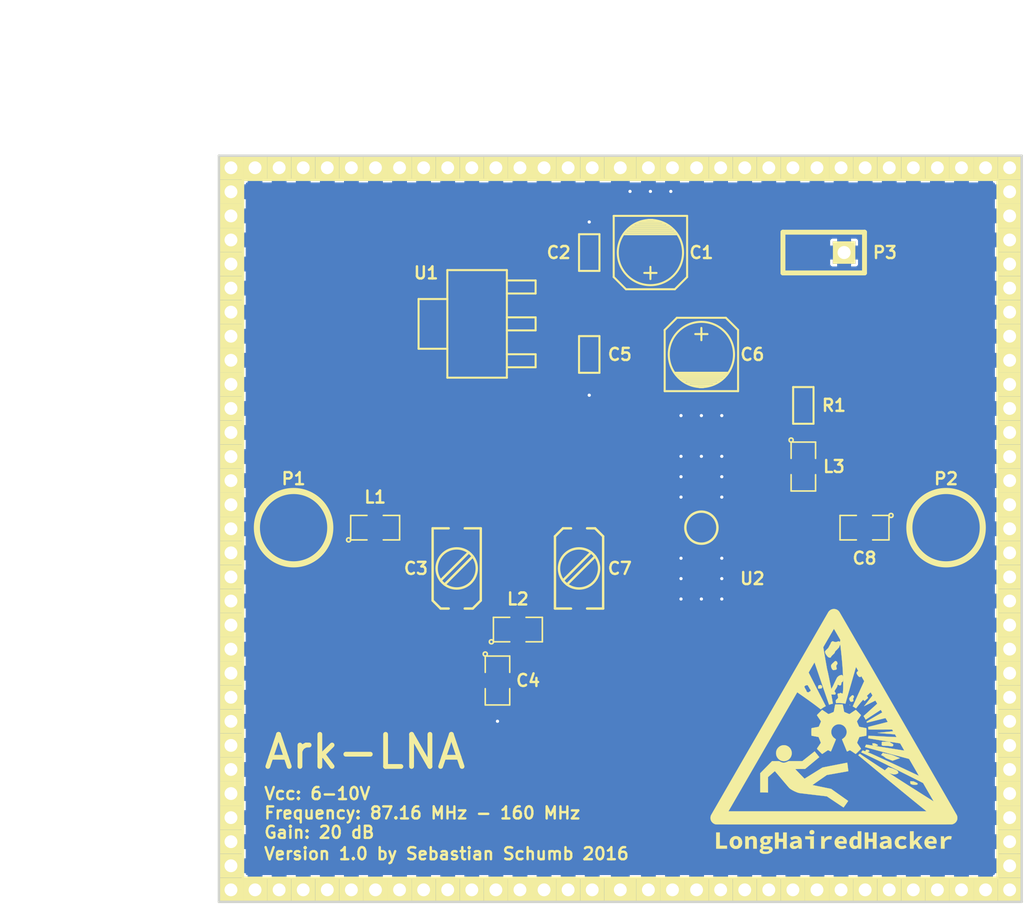
<source format=kicad_pcb>
(kicad_pcb (version 4) (host pcbnew "(2016-01-30 BZR 6528, Git 351752f)-product")
  (layers (0 F.Cu signal) (31 B.Cu signal hide) (34 B.Paste user) (35 F.Paste user) (36 B.SilkS user) (37 F.SilkS user) (38 B.Mask user) (39 F.Mask user) (44 Edge.Cuts user))
  (net 0 "")
  (net 1 GND)
  (net 2 "Net-(C3-Pad2)")
  (net 3 "Net-(C3-Pad1)")
  (net 4 +5V)
  (net 5 "Net-(C7-Pad2)")
  (net 6 "Net-(C7-Pad1)")
  (net 7 "Net-(C8-Pad1)")
  (net 8 "Net-(C8-Pad2)")
  (net 9 "Net-(L1-Pad1)")
  (net 10 "Net-(L3-Pad1)")
  (net 11 "Net-(C1-Pad1)")
  (module smd_capacitors:c_elec_4x5.3 (layer F.Cu) (at 142.875 89.535 270)
    (fp_text reference C1 (at 0 -3.175 360) (layer F.SilkS) (effects (font (size 0.75 0.75))))
    (fp_text value 10uF hide)
    (pad 1 smd rect (at 1.80086 0 270) (size 2.60096 1.6002) (layers F.Cu F.Paste F.Mask) (net 11 "Net-(C1-Pad1)"))
    (pad 2 smd rect (at -1.80086 0 270) (size 2.60096 1.6002) (layers F.Cu F.Paste F.Mask) (net 1 GND))
  )
  (module libcms:SM0603 (layer F.Cu) (at 139.065 89.535 90)
    (fp_text reference C2 (at 0 -1.905 180) (layer F.SilkS) (effects (font (size 0.75 0.75))))
    (fp_text value 100nf hide)
    (pad 1 smd rect (at -0.762 0 90) (size 0.635 1.143) (layers F.Cu F.Paste F.Mask) (net 11 "Net-(C1-Pad1)"))
    (pad 2 smd rect (at 0.762 0 90) (size 0.635 1.143) (layers F.Cu F.Paste F.Mask) (net 1 GND))
  )
  (module misc:TZC3 (layer F.Cu) (at 130.81 109.22 90)
    (fp_text reference C3 (at 0 -2.54 180) (layer F.SilkS) (effects (font (size 0.75 0.75))))
    (fp_text value 3-10pfF hide)
    (pad 2 smd rect (at 2.25 0 90) (size 1.2 1) (layers F.Cu F.Paste F.Mask) (net 2 "Net-(C3-Pad2)"))
    (pad 1 smd rect (at -2.25 0 90) (size 1.2 1) (layers F.Cu F.Paste F.Mask) (net 3 "Net-(C3-Pad1)"))
  )
  (module libcms:SM0805 (layer F.Cu) (at 133.35 116.205 270)
    (fp_text reference C4 (at 0 -1.905 360) (layer F.SilkS) (effects (font (size 0.75 0.75))))
    (fp_text value 33pF hide)
    (pad 1 smd rect (at -0.9525 0 270) (size 0.889 1.397) (layers F.Cu F.Paste F.Mask) (net 3 "Net-(C3-Pad1)"))
    (pad 2 smd rect (at 0.9525 0 270) (size 0.889 1.397) (layers F.Cu F.Paste F.Mask) (net 1 GND))
  )
  (module libcms:SM0603 (layer F.Cu) (at 139.065 95.885 270)
    (fp_text reference C5 (at 0 -1.905 360) (layer F.SilkS) (effects (font (size 0.75 0.75))))
    (fp_text value 100nF hide)
    (pad 1 smd rect (at -0.762 0 270) (size 0.635 1.143) (layers F.Cu F.Paste F.Mask) (net 4 +5V))
    (pad 2 smd rect (at 0.762 0 270) (size 0.635 1.143) (layers F.Cu F.Paste F.Mask) (net 1 GND))
  )
  (module smd_capacitors:c_elec_4x5.3 (layer F.Cu) (at 146.05 95.885 90)
    (fp_text reference C6 (at 0 3.175 180) (layer F.SilkS) (effects (font (size 0.75 0.75))))
    (fp_text value 10uF hide)
    (pad 1 smd rect (at 1.80086 0 90) (size 2.60096 1.6002) (layers F.Cu F.Paste F.Mask) (net 4 +5V))
    (pad 2 smd rect (at -1.80086 0 90) (size 2.60096 1.6002) (layers F.Cu F.Paste F.Mask) (net 1 GND))
  )
  (module misc:TZC3 (layer F.Cu) (at 138.43 109.22 270)
    (fp_text reference C7 (at 0 -2.54 360) (layer F.SilkS) (effects (font (size 0.75 0.75))))
    (fp_text value 3-10pF hide)
    (pad 2 smd rect (at 2.25 0 270) (size 1.2 1) (layers F.Cu F.Paste F.Mask) (net 5 "Net-(C7-Pad2)"))
    (pad 1 smd rect (at -2.25 0 270) (size 1.2 1) (layers F.Cu F.Paste F.Mask) (net 6 "Net-(C7-Pad1)"))
  )
  (module libcms:SM0805 (layer F.Cu) (at 156.21 106.68 180)
    (fp_text reference C8 (at 0 -1.905 180) (layer F.SilkS) (effects (font (size 0.75 0.75))))
    (fp_text value 100pF hide)
    (pad 1 smd rect (at -0.9525 0 180) (size 0.889 1.397) (layers F.Cu F.Paste F.Mask) (net 7 "Net-(C8-Pad1)"))
    (pad 2 smd rect (at 0.9525 0 180) (size 0.889 1.397) (layers F.Cu F.Paste F.Mask) (net 8 "Net-(C8-Pad2)"))
  )
  (module libcms:SM0805 (layer F.Cu) (at 125.73 106.68)
    (fp_text reference L1 (at 0 -1.905) (layer F.SilkS) (effects (font (size 0.75 0.75))))
    (fp_text value 330nH hide)
    (pad 1 smd rect (at -0.9525 0) (size 0.889 1.397) (layers F.Cu F.Paste F.Mask) (net 9 "Net-(L1-Pad1)"))
    (pad 2 smd rect (at 0.9525 0) (size 0.889 1.397) (layers F.Cu F.Paste F.Mask) (net 2 "Net-(C3-Pad2)"))
  )
  (module libcms:SM0805 (layer F.Cu) (at 134.62 113.03)
    (fp_text reference L2 (at 0 -1.905) (layer F.SilkS) (effects (font (size 0.75 0.75))))
    (fp_text value 330nH hide)
    (pad 1 smd rect (at -0.9525 0) (size 0.889 1.397) (layers F.Cu F.Paste F.Mask) (net 3 "Net-(C3-Pad1)"))
    (pad 2 smd rect (at 0.9525 0) (size 0.889 1.397) (layers F.Cu F.Paste F.Mask) (net 5 "Net-(C7-Pad2)"))
  )
  (module libcms:SM0805 (layer F.Cu) (at 152.4 102.87 270)
    (fp_text reference L3 (at 0 -1.905 360) (layer F.SilkS) (effects (font (size 0.75 0.75))))
    (fp_text value 10uH hide)
    (pad 1 smd rect (at -0.9525 0 270) (size 0.889 1.397) (layers F.Cu F.Paste F.Mask) (net 10 "Net-(L3-Pad1)"))
    (pad 2 smd rect (at 0.9525 0 270) (size 0.889 1.397) (layers F.Cu F.Paste F.Mask) (net 8 "Net-(C8-Pad2)"))
  )
  (module libcms:SM0603 (layer F.Cu) (at 152.4 99.06 270)
    (fp_text reference R1 (at 0 -1.905 360) (layer F.SilkS) (effects (font (size 0.75 0.75))))
    (fp_text value 91 hide)
    (pad 1 smd rect (at -0.762 0 270) (size 0.635 1.143) (layers F.Cu F.Paste F.Mask) (net 4 +5V))
    (pad 2 smd rect (at 0.762 0 270) (size 0.635 1.143) (layers F.Cu F.Paste F.Mask) (net 10 "Net-(L3-Pad1)"))
  )
  (module misc:sot223 (layer F.Cu) (at 132.08 93.98 90)
    (fp_text reference U1 (at 3.175 -3.175 180) (layer F.SilkS) (effects (font (size 0.75 0.75))))
    (fp_text value LM1117-5 hide)
    (pad 1 smd rect (at -2.30124 2.99974 90) (size 1.30048 1.80086) (layers F.Cu F.Paste F.Mask) (net 1 GND))
    (pad 2 smd rect (at 0 2.99974 90) (size 1.30048 1.80086) (layers F.Cu F.Paste F.Mask) (net 4 +5V))
    (pad 3 smd rect (at 2.30124 2.99974 90) (size 1.30048 1.80086) (layers F.Cu F.Paste F.Mask) (net 11 "Net-(C1-Pad1)"))
    (pad 4 smd rect (at 0 -2.99974 90) (size 3.79984 1.80086) (layers F.Cu F.Paste F.Mask))
  )
  (module connect:1pin (layer F.Cu) (at 120.65 106.68)
    (fp_text reference P1 (at 0 -3.048) (layer F.SilkS) (effects (font (size 0.75 0.75))))
    (fp_text value CONN_1 hide)
    (pad 1 smd circle (at 0 0) (size 2.5 2.5) (layers F.Cu F.Paste F.Mask) (net 9 "Net-(L1-Pad1)"))
  )
  (module connect:1pin (layer F.Cu) (at 161.29 106.68)
    (fp_text reference P2 (at 0 -3.048) (layer F.SilkS) (effects (font (size 0.75 0.75))))
    (fp_text value CONN_1 hide)
    (pad 1 smd circle (at 0 0) (size 2.5 2.5) (layers F.Cu F.Paste F.Mask) (net 7 "Net-(C8-Pad1)"))
  )
  (module connect:SIL-2 (layer F.Cu) (at 153.67 89.535 180)
    (fp_text reference P3 (at -3.81 0 180) (layer F.SilkS) (effects (font (size 0.75 0.75))))
    (fp_text value CONN_2 hide)
    (pad 1 thru_hole rect (at -1.27 0 180) (size 1.397 1.397) (drill 0.8128) (layers *.Cu *.Mask F.SilkS) (net 1 GND))
    (pad 2 smd circle (at 1.27 0 180) (size 1.397 1.397) (layers F.Cu F.Paste F.Mask) (net 11 "Net-(C1-Pad1)"))
  )
  (module misc:teko371 (layer F.Cu) (at 141 106.75)
    (fp_text reference SHIELD1 hide)
    (fp_text value CONN_1 hide)
    (pad 1 thru_hole rect (at 22.75 -22.5) (size 1.5 1.5) (drill 0.8) (layers *.Cu *.Mask F.SilkS) (net 1 GND))
    (pad 1 thru_hole rect (at 21.25 -22.5) (size 1.5 1.5) (drill 0.8) (layers *.Cu *.Mask F.SilkS) (net 1 GND))
    (pad 1 thru_hole rect (at 19.75 -22.5) (size 1.5 1.5) (drill 0.8) (layers *.Cu *.Mask F.SilkS) (net 1 GND))
    (pad 1 thru_hole rect (at 18.25 -22.5) (size 1.5 1.5) (drill 0.8) (layers *.Cu *.Mask F.SilkS) (net 1 GND))
    (pad 1 thru_hole rect (at 16.75 -22.5) (size 1.5 1.5) (drill 0.8) (layers *.Cu *.Mask F.SilkS) (net 1 GND))
    (pad 1 thru_hole rect (at 15.25 -22.5) (size 1.5 1.5) (drill 0.8) (layers *.Cu *.Mask F.SilkS) (net 1 GND))
    (pad 1 thru_hole rect (at 13.75 -22.5) (size 1.5 1.5) (drill 0.8) (layers *.Cu *.Mask F.SilkS) (net 1 GND))
    (pad 1 thru_hole rect (at 12.25 -22.5) (size 1.5 1.5) (drill 0.8) (layers *.Cu *.Mask F.SilkS) (net 1 GND))
    (pad 1 thru_hole rect (at 10.75 -22.5) (size 1.5 1.5) (drill 0.8) (layers *.Cu *.Mask F.SilkS) (net 1 GND))
    (pad 1 thru_hole rect (at 9.25 -22.5) (size 1.5 1.5) (drill 0.8) (layers *.Cu *.Mask F.SilkS) (net 1 GND))
    (pad 1 thru_hole rect (at 7.75 -22.5) (size 1.5 1.5) (drill 0.8) (layers *.Cu *.Mask F.SilkS) (net 1 GND))
    (pad 1 thru_hole rect (at 6.25 -22.5) (size 1.5 1.5) (drill 0.8) (layers *.Cu *.Mask F.SilkS) (net 1 GND))
    (pad 1 thru_hole rect (at 4.75 -22.5) (size 1.5 1.5) (drill 0.8) (layers *.Cu *.Mask F.SilkS) (net 1 GND))
    (pad 1 thru_hole rect (at 3.25 -22.5) (size 1.5 1.5) (drill 0.8) (layers *.Cu *.Mask F.SilkS) (net 1 GND))
    (pad 1 thru_hole rect (at 1.75 -22.5) (size 1.5 1.5) (drill 0.8) (layers *.Cu *.Mask F.SilkS) (net 1 GND))
    (pad 1 thru_hole rect (at -22.75 -22.5) (size 1.5 1.5) (drill 0.8) (layers *.Cu *.Mask F.SilkS) (net 1 GND))
    (pad 1 thru_hole rect (at -21.25 -22.5) (size 1.5 1.5) (drill 0.8) (layers *.Cu *.Mask F.SilkS) (net 1 GND))
    (pad 1 thru_hole rect (at -19.75 -22.5) (size 1.5 1.5) (drill 0.8) (layers *.Cu *.Mask F.SilkS) (net 1 GND))
    (pad 1 thru_hole rect (at -18.25 -22.5) (size 1.5 1.5) (drill 0.8) (layers *.Cu *.Mask F.SilkS) (net 1 GND))
    (pad 1 thru_hole rect (at -16.75 -22.5) (size 1.5 1.5) (drill 0.8) (layers *.Cu *.Mask F.SilkS) (net 1 GND))
    (pad 1 thru_hole rect (at -15.25 -22.5) (size 1.5 1.5) (drill 0.8) (layers *.Cu *.Mask F.SilkS) (net 1 GND))
    (pad 1 thru_hole rect (at -13.75 -22.5) (size 1.5 1.5) (drill 0.8) (layers *.Cu *.Mask F.SilkS) (net 1 GND))
    (pad 1 thru_hole rect (at -12.25 -22.5) (size 1.5 1.5) (drill 0.8) (layers *.Cu *.Mask F.SilkS) (net 1 GND))
    (pad 1 thru_hole rect (at -10.75 -22.5) (size 1.5 1.5) (drill 0.8) (layers *.Cu *.Mask F.SilkS) (net 1 GND))
    (pad 1 thru_hole rect (at -9.25 -22.5) (size 1.5 1.5) (drill 0.8) (layers *.Cu *.Mask F.SilkS) (net 1 GND))
    (pad 1 thru_hole rect (at -7.75 -22.5) (size 1.5 1.5) (drill 0.8) (layers *.Cu *.Mask F.SilkS) (net 1 GND))
    (pad 1 thru_hole rect (at -6.25 -22.5) (size 1.5 1.5) (drill 0.8) (layers *.Cu *.Mask F.SilkS) (net 1 GND))
    (pad 1 thru_hole rect (at -4.75 -22.5) (size 1.5 1.5) (drill 0.8) (layers *.Cu *.Mask F.SilkS) (net 1 GND))
    (pad 1 thru_hole rect (at -3.25 -22.5) (size 1.5 1.5) (drill 0.8) (layers *.Cu *.Mask F.SilkS) (net 1 GND))
    (pad 1 thru_hole rect (at -1.75 -22.5) (size 1.5 1.5) (drill 0.8) (layers *.Cu *.Mask F.SilkS) (net 1 GND))
    (pad 1 thru_hole rect (at 0 -22.5) (size 2 1.5) (drill 0.8) (layers *.Cu *.Mask F.SilkS) (net 1 GND))
    (pad 1 thru_hole rect (at 24.25 22.5) (size 1.5 1.5) (drill 0.8) (layers *.Cu *.Mask F.SilkS) (net 1 GND))
    (pad 1 thru_hole rect (at 24.25 21) (size 1.5 1.5) (drill 0.8) (layers *.Cu *.Mask F.SilkS) (net 1 GND))
    (pad 1 thru_hole rect (at 24.25 19.5) (size 1.5 1.5) (drill 0.8) (layers *.Cu *.Mask F.SilkS) (net 1 GND))
    (pad 1 thru_hole rect (at 24.25 18) (size 1.5 1.5) (drill 0.8) (layers *.Cu *.Mask F.SilkS) (net 1 GND))
    (pad 1 thru_hole rect (at 24.25 16.5) (size 1.5 1.5) (drill 0.8) (layers *.Cu *.Mask F.SilkS) (net 1 GND))
    (pad 1 thru_hole rect (at 24.25 15) (size 1.5 1.5) (drill 0.8) (layers *.Cu *.Mask F.SilkS) (net 1 GND))
    (pad 1 thru_hole rect (at 24.25 13.5) (size 1.5 1.5) (drill 0.8) (layers *.Cu *.Mask F.SilkS) (net 1 GND))
    (pad 1 thru_hole rect (at 24.25 12) (size 1.5 1.5) (drill 0.8) (layers *.Cu *.Mask F.SilkS) (net 1 GND))
    (pad 1 thru_hole rect (at 24.25 10.5) (size 1.5 1.5) (drill 0.8) (layers *.Cu *.Mask F.SilkS) (net 1 GND))
    (pad 1 thru_hole rect (at 24.25 9) (size 1.5 1.5) (drill 0.8) (layers *.Cu *.Mask F.SilkS) (net 1 GND))
    (pad 1 thru_hole rect (at 24.25 7.5) (size 1.5 1.5) (drill 0.8) (layers *.Cu *.Mask F.SilkS) (net 1 GND))
    (pad 1 thru_hole rect (at 24.25 6) (size 1.5 1.5) (drill 0.8) (layers *.Cu *.Mask F.SilkS) (net 1 GND))
    (pad 1 thru_hole rect (at 24.25 4.5) (size 1.5 1.5) (drill 0.8) (layers *.Cu *.Mask F.SilkS) (net 1 GND))
    (pad 1 thru_hole rect (at 24.25 3) (size 1.5 1.5) (drill 0.8) (layers *.Cu *.Mask F.SilkS) (net 1 GND))
    (pad 1 thru_hole rect (at 24.25 1.5) (size 1.5 1.5) (drill 0.8) (layers *.Cu *.Mask F.SilkS) (net 1 GND))
    (pad 1 thru_hole rect (at 24.25 0) (size 1.5 1.5) (drill 0.8) (layers *.Cu *.Mask F.SilkS) (net 1 GND))
    (pad 1 thru_hole rect (at 24.25 -1.5) (size 1.5 1.5) (drill 0.8) (layers *.Cu *.Mask F.SilkS) (net 1 GND))
    (pad 1 thru_hole rect (at 24.25 -3) (size 1.5 1.5) (drill 0.8) (layers *.Cu *.Mask F.SilkS) (net 1 GND))
    (pad 1 thru_hole rect (at 24.25 -4.5) (size 1.5 1.5) (drill 0.8) (layers *.Cu *.Mask F.SilkS) (net 1 GND))
    (pad 1 thru_hole rect (at 24.25 -6) (size 1.5 1.5) (drill 0.8) (layers *.Cu *.Mask F.SilkS) (net 1 GND))
    (pad 1 thru_hole rect (at 24.25 -7.5) (size 1.5 1.5) (drill 0.8) (layers *.Cu *.Mask F.SilkS) (net 1 GND))
    (pad 1 thru_hole rect (at 24.25 -9) (size 1.5 1.5) (drill 0.8) (layers *.Cu *.Mask F.SilkS) (net 1 GND))
    (pad 1 thru_hole rect (at 24.25 -10.5) (size 1.5 1.5) (drill 0.8) (layers *.Cu *.Mask F.SilkS) (net 1 GND))
    (pad 1 thru_hole rect (at 24.25 -12) (size 1.5 1.5) (drill 0.8) (layers *.Cu *.Mask F.SilkS) (net 1 GND))
    (pad 1 thru_hole rect (at 24.25 -13.5) (size 1.5 1.5) (drill 0.8) (layers *.Cu *.Mask F.SilkS) (net 1 GND))
    (pad 1 thru_hole rect (at 24.25 -15) (size 1.5 1.5) (drill 0.8) (layers *.Cu *.Mask F.SilkS) (net 1 GND))
    (pad 1 thru_hole rect (at 24.25 -16.5) (size 1.5 1.5) (drill 0.8) (layers *.Cu *.Mask F.SilkS) (net 1 GND))
    (pad 1 thru_hole rect (at 24.25 -18) (size 1.5 1.5) (drill 0.8) (layers *.Cu *.Mask F.SilkS) (net 1 GND))
    (pad 1 thru_hole rect (at 24.25 -19.5) (size 1.5 1.5) (drill 0.8) (layers *.Cu *.Mask F.SilkS) (net 1 GND))
    (pad 1 thru_hole rect (at 24.25 -21) (size 1.5 1.5) (drill 0.8) (layers *.Cu *.Mask F.SilkS) (net 1 GND))
    (pad 1 thru_hole rect (at 24.25 -22.5) (size 1.5 1.5) (drill 0.8) (layers *.Cu *.Mask F.SilkS) (net 1 GND))
    (pad 1 thru_hole rect (at -24.25 -22.5) (size 1.5 1.5) (drill 0.8) (layers *.Cu *.Mask F.SilkS) (net 1 GND))
    (pad 1 thru_hole rect (at -24.25 -21) (size 1.5 1.5) (drill 0.8) (layers *.Cu *.Mask F.SilkS) (net 1 GND))
    (pad 1 thru_hole rect (at -24.25 -19.5) (size 1.5 1.5) (drill 0.8) (layers *.Cu *.Mask F.SilkS) (net 1 GND))
    (pad 1 thru_hole rect (at -24.25 -18) (size 1.5 1.5) (drill 0.8) (layers *.Cu *.Mask F.SilkS) (net 1 GND))
    (pad 1 thru_hole rect (at -24.25 -16.5) (size 1.5 1.5) (drill 0.8) (layers *.Cu *.Mask F.SilkS) (net 1 GND))
    (pad 1 thru_hole rect (at -24.25 -15) (size 1.5 1.5) (drill 0.8) (layers *.Cu *.Mask F.SilkS) (net 1 GND))
    (pad 1 thru_hole rect (at -24.25 -13.5) (size 1.5 1.5) (drill 0.8) (layers *.Cu *.Mask F.SilkS) (net 1 GND))
    (pad 1 thru_hole rect (at -24.25 -12) (size 1.5 1.5) (drill 0.8) (layers *.Cu *.Mask F.SilkS) (net 1 GND))
    (pad 1 thru_hole rect (at -24.25 -10.5) (size 1.5 1.5) (drill 0.8) (layers *.Cu *.Mask F.SilkS) (net 1 GND))
    (pad 1 thru_hole rect (at -24.25 -9) (size 1.5 1.5) (drill 0.8) (layers *.Cu *.Mask F.SilkS) (net 1 GND))
    (pad 1 thru_hole rect (at -24.25 -7.5) (size 1.5 1.5) (drill 0.8) (layers *.Cu *.Mask F.SilkS) (net 1 GND))
    (pad 1 thru_hole rect (at -24.25 -6) (size 1.5 1.5) (drill 0.8) (layers *.Cu *.Mask F.SilkS) (net 1 GND))
    (pad 1 thru_hole rect (at -24.25 -4.5) (size 1.5 1.5) (drill 0.8) (layers *.Cu *.Mask F.SilkS) (net 1 GND))
    (pad 1 thru_hole rect (at -24.25 -3) (size 1.5 1.5) (drill 0.8) (layers *.Cu *.Mask F.SilkS) (net 1 GND))
    (pad 1 thru_hole rect (at -24.25 -1.5) (size 1.5 1.5) (drill 0.8) (layers *.Cu *.Mask F.SilkS) (net 1 GND))
    (pad 1 thru_hole rect (at -24.25 0) (size 1.5 1.5) (drill 0.8) (layers *.Cu *.Mask F.SilkS) (net 1 GND))
    (pad 1 thru_hole rect (at -24.25 1.5) (size 1.5 1.5) (drill 0.8) (layers *.Cu *.Mask F.SilkS) (net 1 GND))
    (pad 1 thru_hole rect (at -24.25 3) (size 1.5 1.5) (drill 0.8) (layers *.Cu *.Mask F.SilkS) (net 1 GND))
    (pad 1 thru_hole rect (at -24.25 4.5) (size 1.5 1.5) (drill 0.8) (layers *.Cu *.Mask F.SilkS) (net 1 GND))
    (pad 1 thru_hole rect (at -24.25 6) (size 1.5 1.5) (drill 0.8) (layers *.Cu *.Mask F.SilkS) (net 1 GND))
    (pad 1 thru_hole rect (at -24.25 7.5) (size 1.5 1.5) (drill 0.8) (layers *.Cu *.Mask F.SilkS) (net 1 GND))
    (pad 1 thru_hole rect (at -24.25 9) (size 1.5 1.5) (drill 0.8) (layers *.Cu *.Mask F.SilkS) (net 1 GND))
    (pad 1 thru_hole rect (at -24.25 10.5) (size 1.5 1.5) (drill 0.8) (layers *.Cu *.Mask F.SilkS) (net 1 GND))
    (pad 1 thru_hole rect (at -24.25 12) (size 1.5 1.5) (drill 0.8) (layers *.Cu *.Mask F.SilkS) (net 1 GND))
    (pad 1 thru_hole rect (at -24.25 13.5) (size 1.5 1.5) (drill 0.8) (layers *.Cu *.Mask F.SilkS) (net 1 GND))
    (pad 1 thru_hole rect (at -24.25 15) (size 1.5 1.5) (drill 0.8) (layers *.Cu *.Mask F.SilkS) (net 1 GND))
    (pad 1 thru_hole rect (at -24.25 16.5) (size 1.5 1.5) (drill 0.8) (layers *.Cu *.Mask F.SilkS) (net 1 GND))
    (pad 1 thru_hole rect (at -24.25 18) (size 1.5 1.5) (drill 0.8) (layers *.Cu *.Mask F.SilkS) (net 1 GND))
    (pad 1 thru_hole rect (at -24.25 19.5) (size 1.5 1.5) (drill 0.8) (layers *.Cu *.Mask F.SilkS) (net 1 GND))
    (pad 1 thru_hole rect (at -24.25 21) (size 1.5 1.5) (drill 0.8) (layers *.Cu *.Mask F.SilkS) (net 1 GND))
    (pad 1 thru_hole rect (at -24.25 22.5) (size 1.5 1.5) (drill 0.8) (layers *.Cu *.Mask F.SilkS) (net 1 GND))
    (pad 1 thru_hole rect (at 0 22.5) (size 2 1.5) (drill 0.8) (layers *.Cu *.Mask F.SilkS) (net 1 GND))
    (pad 1 thru_hole rect (at -1.75 22.5) (size 1.5 1.5) (drill 0.8) (layers *.Cu *.Mask F.SilkS) (net 1 GND))
    (pad 1 thru_hole rect (at -3.25 22.5) (size 1.5 1.5) (drill 0.8) (layers *.Cu *.Mask F.SilkS) (net 1 GND))
    (pad 1 thru_hole rect (at -4.75 22.5) (size 1.5 1.5) (drill 0.8) (layers *.Cu *.Mask F.SilkS) (net 1 GND))
    (pad 1 thru_hole rect (at -6.25 22.5) (size 1.5 1.5) (drill 0.8) (layers *.Cu *.Mask F.SilkS) (net 1 GND))
    (pad 1 thru_hole rect (at -7.75 22.5) (size 1.5 1.5) (drill 0.8) (layers *.Cu *.Mask F.SilkS) (net 1 GND))
    (pad 1 thru_hole rect (at -9.25 22.5) (size 1.5 1.5) (drill 0.8) (layers *.Cu *.Mask F.SilkS) (net 1 GND))
    (pad 1 thru_hole rect (at -10.75 22.5) (size 1.5 1.5) (drill 0.8) (layers *.Cu *.Mask F.SilkS) (net 1 GND))
    (pad 1 thru_hole rect (at -12.25 22.5) (size 1.5 1.5) (drill 0.8) (layers *.Cu *.Mask F.SilkS) (net 1 GND))
    (pad 1 thru_hole rect (at -13.75 22.5) (size 1.5 1.5) (drill 0.8) (layers *.Cu *.Mask F.SilkS) (net 1 GND))
    (pad 1 thru_hole rect (at -15.25 22.5) (size 1.5 1.5) (drill 0.8) (layers *.Cu *.Mask F.SilkS) (net 1 GND))
    (pad 1 thru_hole rect (at -16.75 22.5) (size 1.5 1.5) (drill 0.8) (layers *.Cu *.Mask F.SilkS) (net 1 GND))
    (pad 1 thru_hole rect (at -18.25 22.5) (size 1.5 1.5) (drill 0.8) (layers *.Cu *.Mask F.SilkS) (net 1 GND))
    (pad 1 thru_hole rect (at -19.75 22.5) (size 1.5 1.5) (drill 0.8) (layers *.Cu *.Mask F.SilkS) (net 1 GND))
    (pad 1 thru_hole rect (at -21.25 22.5) (size 1.5 1.5) (drill 0.8) (layers *.Cu *.Mask F.SilkS) (net 1 GND))
    (pad 1 thru_hole rect (at -22.75 22.5) (size 1.5 1.5) (drill 0.8) (layers *.Cu *.Mask F.SilkS) (net 1 GND))
    (pad 1 thru_hole rect (at 1.75 22.5) (size 1.5 1.5) (drill 0.8) (layers *.Cu *.Mask F.SilkS) (net 1 GND))
    (pad 1 thru_hole rect (at 3.25 22.5) (size 1.5 1.5) (drill 0.8) (layers *.Cu *.Mask F.SilkS) (net 1 GND))
    (pad 1 thru_hole rect (at 4.75 22.5) (size 1.5 1.5) (drill 0.8) (layers *.Cu *.Mask F.SilkS) (net 1 GND))
    (pad 1 thru_hole rect (at 6.25 22.5) (size 1.5 1.5) (drill 0.8) (layers *.Cu *.Mask F.SilkS) (net 1 GND))
    (pad 1 thru_hole rect (at 7.75 22.5) (size 1.5 1.5) (drill 0.8) (layers *.Cu *.Mask F.SilkS) (net 1 GND))
    (pad 1 thru_hole rect (at 9.25 22.5) (size 1.5 1.5) (drill 0.8) (layers *.Cu *.Mask F.SilkS) (net 1 GND))
    (pad 1 thru_hole rect (at 10.75 22.5) (size 1.5 1.5) (drill 0.8) (layers *.Cu *.Mask F.SilkS) (net 1 GND))
    (pad 1 thru_hole rect (at 12.25 22.5) (size 1.5 1.5) (drill 0.8) (layers *.Cu *.Mask F.SilkS) (net 1 GND))
    (pad 1 thru_hole rect (at 13.75 22.5) (size 1.5 1.5) (drill 0.8) (layers *.Cu *.Mask F.SilkS) (net 1 GND))
    (pad 1 thru_hole rect (at 15.25 22.5) (size 1.5 1.5) (drill 0.8) (layers *.Cu *.Mask F.SilkS) (net 1 GND))
    (pad 1 thru_hole rect (at 16.75 22.5) (size 1.5 1.5) (drill 0.8) (layers *.Cu *.Mask F.SilkS) (net 1 GND))
    (pad 1 thru_hole rect (at 18.25 22.5) (size 1.5 1.5) (drill 0.8) (layers *.Cu *.Mask F.SilkS) (net 1 GND))
    (pad 1 thru_hole rect (at 19.75 22.5) (size 1.5 1.5) (drill 0.8) (layers *.Cu *.Mask F.SilkS) (net 1 GND))
    (pad 1 thru_hole rect (at 21.25 22.5) (size 1.5 1.5) (drill 0.8) (layers *.Cu *.Mask F.SilkS) (net 1 GND))
    (pad 1 thru_hole rect (at 22.75 22.5) (size 1.5 1.5) (drill 0.8) (layers *.Cu *.Mask F.SilkS) (net 1 GND))
  )
  (module misc:logo (layer F.Cu) (at 154.305 119.38)
    (fp_text reference G*** hide)
    (fp_text value LOGO hide)
  )
  (module misc:VV105 (layer F.Cu) (at 146.05 106.68 270)
    (fp_text reference U2 (at 3.175 -3.175 360) (layer F.SilkS) (effects (font (size 0.75 0.75))))
    (fp_text value MAR-6+ hide)
    (pad 1 smd rect (at 0 2.25 270) (size 1.1 2) (layers F.Cu F.Paste F.Mask) (net 6 "Net-(C7-Pad1)"))
    (pad 3 smd rect (at 0 -2.25 270) (size 1.1 2) (layers F.Cu F.Paste F.Mask) (net 8 "Net-(C8-Pad2)"))
    (pad 2 smd rect (at 2.25 0) (size 1.1 2) (layers F.Cu F.Paste F.Mask) (net 1 GND))
    (pad 4 smd rect (at -2.25 0) (size 1.1 2) (layers F.Cu F.Paste F.Mask) (net 1 GND))
  )
  (gr_text "Vcc: 6-10V\nFrequency: 87.16 MHz - 160 MHz\nGain: 20 dB" (at 118.745 124.46) (layer F.SilkS) (effects (font (size 0.75 0.75)) (justify left)))
  (gr_text "Version 1.0 by Sebastian Schumb 2016" (at 130.175 127) (layer F.SilkS) (effects (font (size 0.75 0.75))))
  (gr_text Ark-LNA (at 125.095 120.65) (layer F.SilkS) (effects (font (size 2 2) (thickness 0.3))))
  (gr_line (start 116 130) (end 116 83.5) (angle 90) (layer Edge.Cuts) (width 0.15))
  (gr_line (start 166 130) (end 116 130) (angle 90) (layer Edge.Cuts) (width 0.15))
  (gr_line (start 166 83.5) (end 166 130) (angle 90) (layer Edge.Cuts) (width 0.15))
  (gr_line (start 116 83.5) (end 166 83.5) (angle 90) (layer Edge.Cuts) (width 0.15))
  (segment (start 146.05 108.93) (end 146.05 111.125) (width 1) (layer F.Cu) (net 1))
  (via (at 146.05 111.125) (size 0.6) (drill 0.2) (layers F.Cu B.Cu) (net 1))
  (via (at 147.32 104.775) (size 0.6) (drill 0.2) (layers F.Cu B.Cu) (net 1))
  (segment (start 147.32 103.505) (end 147.32 104.775) (width 1) (layer F.Cu) (net 1))
  (via (at 144.78 104.775) (size 0.6) (drill 0.2) (layers F.Cu B.Cu) (net 1))
  (segment (start 144.78 104.775) (end 144.78 103.505) (width 1) (layer F.Cu) (net 1))
  (via (at 144.78 103.505) (size 0.6) (drill 0.2) (layers F.Cu B.Cu) (net 1))
  (via (at 144.78 102.235) (size 0.6) (drill 0.2) (layers F.Cu B.Cu) (net 1))
  (segment (start 146.05 102.235) (end 144.78 102.235) (width 1) (layer F.Cu) (net 1))
  (segment (start 144.78 102.235) (end 144.78 103.505) (width 1) (layer F.Cu) (net 1))
  (via (at 146.05 102.235) (size 0.6) (drill 0.2) (layers F.Cu B.Cu) (net 1))
  (segment (start 145.161 103.886) (end 144.78 103.505) (width 1) (layer F.Cu) (net 1))
  (segment (start 146.05 103.886) (end 145.161 103.886) (width 1) (layer F.Cu) (net 1))
  (via (at 147.32 103.505) (size 0.6) (drill 0.2) (layers F.Cu B.Cu) (net 1))
  (segment (start 146.05 104.43) (end 146.05 102.235) (width 1) (layer F.Cu) (net 1))
  (segment (start 146.05 103.886) (end 146.939 103.886) (width 1) (layer F.Cu) (net 1))
  (segment (start 146.939 103.886) (end 147.32 103.505) (width 1) (layer F.Cu) (net 1))
  (segment (start 146.05 109.474) (end 145.161 109.474) (width 1) (layer F.Cu) (net 1))
  (segment (start 145.161 109.474) (end 144.78 109.855) (width 1) (layer F.Cu) (net 1))
  (segment (start 144.78 109.855) (end 144.78 108.585) (width 1) (layer F.Cu) (net 1))
  (via (at 144.78 108.585) (size 0.6) (drill 0.2) (layers F.Cu B.Cu) (net 1))
  (segment (start 144.78 111.125) (end 144.78 109.855) (width 1) (layer F.Cu) (net 1))
  (via (at 144.78 109.855) (size 0.6) (drill 0.2) (layers F.Cu B.Cu) (net 1))
  (segment (start 146.05 111.125) (end 144.78 111.125) (width 1) (layer F.Cu) (net 1))
  (via (at 144.78 111.125) (size 0.6) (drill 0.2) (layers F.Cu B.Cu) (net 1))
  (segment (start 146.05 109.474) (end 146.939 109.474) (width 1) (layer F.Cu) (net 1))
  (segment (start 146.939 109.474) (end 147.32 109.855) (width 1) (layer F.Cu) (net 1))
  (segment (start 147.32 109.855) (end 147.32 108.585) (width 1) (layer F.Cu) (net 1))
  (via (at 147.32 108.585) (size 0.6) (drill 0.2) (layers F.Cu B.Cu) (net 1))
  (segment (start 147.32 111.125) (end 147.32 109.855) (width 1) (layer F.Cu) (net 1))
  (via (at 147.32 109.855) (size 0.6) (drill 0.2) (layers F.Cu B.Cu) (net 1))
  (segment (start 146.05 111.125) (end 147.32 111.125) (width 1) (layer F.Cu) (net 1))
  (via (at 147.32 111.125) (size 0.6) (drill 0.2) (layers F.Cu B.Cu) (net 1))
  (segment (start 146.05 109.474) (end 146.05 111.125) (width 1) (layer F.Cu) (net 1))
  (segment (start 147.32 102.235) (end 147.32 103.505) (width 1) (layer F.Cu) (net 1))
  (segment (start 146.05 102.235) (end 147.32 102.235) (width 1) (layer F.Cu) (net 1))
  (via (at 147.32 102.235) (size 0.6) (drill 0.2) (layers F.Cu B.Cu) (net 1))
  (segment (start 146.05 103.886) (end 146.05 102.235) (width 1) (layer F.Cu) (net 1))
  (segment (start 133.35 117.1575) (end 133.35 118.745) (width 1) (layer F.Cu) (net 1))
  (via (at 133.35 118.745) (size 0.6) (drill 0.2) (layers F.Cu B.Cu) (net 1))
  (segment (start 142.875 85.725) (end 141.605 85.725) (width 1) (layer F.Cu) (net 1))
  (via (at 141.605 85.725) (size 0.6) (drill 0.2) (layers F.Cu B.Cu) (net 1))
  (segment (start 142.875 85.725) (end 144.145 85.725) (width 1) (layer F.Cu) (net 1))
  (via (at 144.145 85.725) (size 0.6) (drill 0.2) (layers F.Cu B.Cu) (net 1))
  (segment (start 146.05 99.695) (end 147.32 99.695) (width 1) (layer F.Cu) (net 1))
  (via (at 147.32 99.695) (size 0.6) (drill 0.2) (layers F.Cu B.Cu) (net 1))
  (segment (start 146.05 99.695) (end 144.78 99.695) (width 1) (layer F.Cu) (net 1))
  (via (at 144.78 99.695) (size 0.6) (drill 0.2) (layers F.Cu B.Cu) (net 1))
  (segment (start 142.875 87.73414) (end 142.875 85.725) (width 1) (layer F.Cu) (net 1))
  (via (at 142.875 85.725) (size 0.6) (drill 0.2) (layers F.Cu B.Cu) (net 1))
  (via (at 146.05 99.695) (size 0.6) (drill 0.2) (layers F.Cu B.Cu) (net 1))
  (segment (start 146.05 97.68586) (end 146.05 99.695) (width 1) (layer F.Cu) (net 1))
  (segment (start 139.065 97.155) (end 137.16 97.155) (width 1) (layer F.Cu) (net 1))
  (segment (start 137.16 97.155) (end 136.28624 96.28124) (width 1) (layer F.Cu) (net 1))
  (segment (start 136.28624 96.28124) (end 135.07974 96.28124) (width 1) (layer F.Cu) (net 1))
  (segment (start 139.065 96.647) (end 139.065 97.155) (width 1) (layer F.Cu) (net 1))
  (segment (start 139.065 97.155) (end 139.065 98.425) (width 1) (layer F.Cu) (net 1))
  (via (at 139.065 98.425) (size 0.6) (drill 0.2) (layers F.Cu B.Cu) (net 1))
  (segment (start 139.065 88.773) (end 139.065 87.63) (width 1) (layer F.Cu) (net 1))
  (via (at 139.065 87.63) (size 0.6) (drill 0.2) (layers F.Cu B.Cu) (net 1))
  (segment (start 127.635 106.68) (end 130.52 106.68) (width 2.18) (layer F.Cu) (net 2))
  (segment (start 126.6825 106.68) (end 127.635 106.68) (width 1) (layer F.Cu) (net 2))
  (segment (start 130.52 106.68) (end 130.81 106.97) (width 2.18) (layer F.Cu) (net 2))
  (segment (start 130.52 106.68) (end 130.81 106.97) (width 0.5) (layer F.Cu) (net 2))
  (segment (start 130.52 106.68) (end 130.81 106.97) (width 0.25) (layer F.Cu) (net 2))
  (segment (start 133.35 115.2525) (end 133.35 113.3475) (width 1) (layer F.Cu) (net 3))
  (segment (start 133.35 113.3475) (end 133.6675 113.03) (width 1) (layer F.Cu) (net 3))
  (segment (start 133.6675 113.03) (end 132.715 113.03) (width 1) (layer F.Cu) (net 3))
  (segment (start 130.81 112.395) (end 131.445 113.03) (width 2.18) (layer F.Cu) (net 3))
  (segment (start 131.445 113.03) (end 132.715 113.03) (width 2.18) (layer F.Cu) (net 3))
  (segment (start 130.81 112.395) (end 130.81 111.47) (width 2.18) (layer F.Cu) (net 3))
  (segment (start 131.1 111.76) (end 130.81 111.47) (width 0.5) (layer F.Cu) (net 3))
  (segment (start 131.1 111.76) (end 130.81 111.47) (width 0.25) (layer F.Cu) (net 3))
  (segment (start 146.05 94.08414) (end 150.59914 94.08414) (width 1) (layer F.Cu) (net 4))
  (segment (start 150.59914 94.08414) (end 152.4 95.885) (width 1) (layer F.Cu) (net 4))
  (segment (start 152.4 95.885) (end 152.4 98.298) (width 1) (layer F.Cu) (net 4))
  (segment (start 139.065 93.98) (end 145.94586 93.98) (width 1) (layer F.Cu) (net 4))
  (segment (start 145.94586 93.98) (end 146.05 94.08414) (width 1) (layer F.Cu) (net 4))
  (segment (start 139.065 93.98) (end 139.065 95.123) (width 1) (layer F.Cu) (net 4))
  (segment (start 135.07974 93.98) (end 139.065 93.98) (width 1) (layer F.Cu) (net 4))
  (segment (start 135.5725 113.03) (end 136.525 113.03) (width 1) (layer F.Cu) (net 5))
  (segment (start 138.43 112.395) (end 137.795 113.03) (width 2.18) (layer F.Cu) (net 5))
  (segment (start 137.795 113.03) (end 136.525 113.03) (width 2.18) (layer F.Cu) (net 5))
  (segment (start 138.43 112.395) (end 138.43 111.47) (width 2.18) (layer F.Cu) (net 5))
  (segment (start 142.24 106.68) (end 138.72 106.68) (width 2.18) (layer F.Cu) (net 6))
  (segment (start 138.72 106.68) (end 138.43 106.97) (width 2.18) (layer F.Cu) (net 6))
  (segment (start 143.256 106.68) (end 142.24 106.68) (width 1) (layer F.Cu) (net 6))
  (segment (start 138.72 106.68) (end 138.43 106.97) (width 0.25) (layer F.Cu) (net 6))
  (segment (start 158.115 106.68) (end 161.29 106.68) (width 2.18) (layer F.Cu) (net 7))
  (segment (start 157.1625 106.68) (end 158.115 106.68) (width 1) (layer F.Cu) (net 7))
  (segment (start 148.844 106.68) (end 149.86 106.68) (width 1) (layer F.Cu) (net 8))
  (segment (start 152.4 103.8225) (end 152.4 106.68) (width 1) (layer F.Cu) (net 8))
  (segment (start 152.4 106.68) (end 152.4 107.315) (width 1) (layer F.Cu) (net 8))
  (segment (start 152.4 107.315) (end 152.4 106.68) (width 1) (layer F.Cu) (net 8))
  (segment (start 149.86 106.68) (end 152.4 106.68) (width 2.18) (layer F.Cu) (net 8))
  (segment (start 152.4 106.68) (end 154.305 106.68) (width 2.18) (layer F.Cu) (net 8))
  (segment (start 155.2575 106.68) (end 154.94 106.68) (width 1) (layer F.Cu) (net 8))
  (segment (start 123.825 106.68) (end 120.65 106.68) (width 2.18) (layer F.Cu) (net 9))
  (segment (start 124.7775 106.68) (end 123.825 106.68) (width 1) (layer F.Cu) (net 9))
  (segment (start 152.4 101.9175) (end 152.4 99.822) (width 1) (layer F.Cu) (net 10))
  (segment (start 140.97 91.67876) (end 150.25624 91.67876) (width 1) (layer F.Cu) (net 11))
  (segment (start 150.25624 91.67876) (end 152.4 89.535) (width 1) (layer F.Cu) (net 11))
  (segment (start 139.065 90.297) (end 139.065 91.67876) (width 1) (layer F.Cu) (net 11))
  (segment (start 139.065 91.67876) (end 139.065 91.44) (width 1) (layer F.Cu) (net 11))
  (segment (start 139.065 91.44) (end 139.065 91.67876) (width 1) (layer F.Cu) (net 11))
  (segment (start 135.07974 91.67876) (end 139.065 91.67876) (width 1) (layer F.Cu) (net 11))
  (segment (start 139.065 91.67876) (end 140.97 91.67876) (width 1) (layer F.Cu) (net 11))
  (segment (start 140.97 91.67876) (end 142.5321 91.67876) (width 1) (layer F.Cu) (net 11))
  (segment (start 142.5321 91.67876) (end 142.875 91.33586) (width 1) (layer F.Cu) (net 11))
  (zone (net 1) (net_name GND) (layer B.Cu) (connect_pads (clearance 0.17)) (min_thickness 0.17) (fill yes (arc_segments 16) (thermal_gap 0.17) (thermal_bridge_width 2))
    (polygon (pts (xy 116.205 83.82) (xy 165.735 83.82) (xy 165.735 129.54) (xy 116.205 129.54)))
  )
)
</source>
